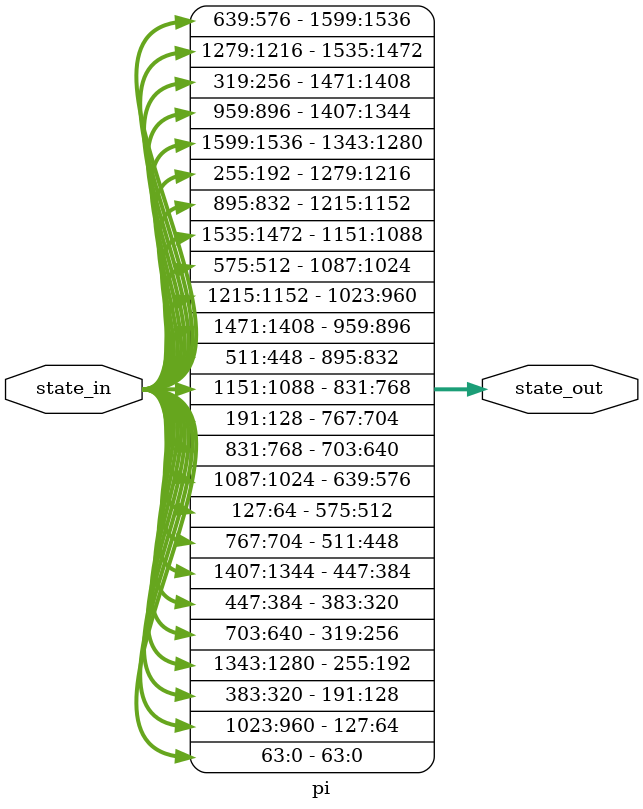
<source format=sv>
module pi (
    input wire [1599:0] state_in,
    output wire [1599:0] state_out
);

genvar x, y, z;
generate
    for (x = 0; x < 5; x = x + 1) begin
        for (y = 0; y < 5; y = y + 1) begin
            for (z = 0; z < 64; z = z + 1) begin
                assign state_out[64 * (5 * x + y) + z] = state_in[64 * (5 * ((x + 3*y) % 5) + x) + z];
            end
        end
    end
endgenerate

endmodule

</source>
